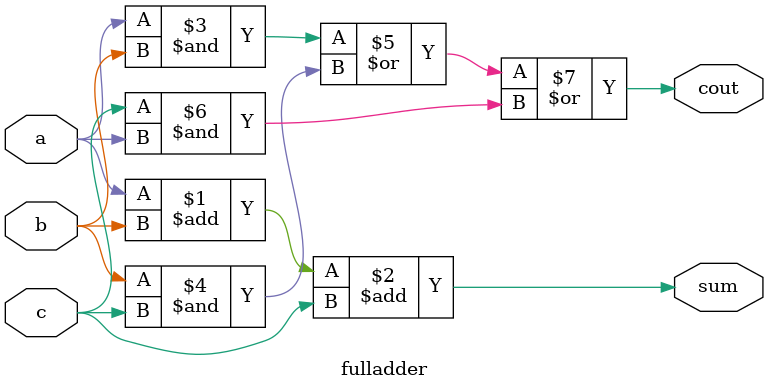
<source format=v>
module fulladder(sum,cout,a,b,c);
	input a,b,c;
	output sum,cout;
	assign sum = a+b+c;
	assign cout = (a&b) | (b&c) | (c&a);
endmodule

</source>
